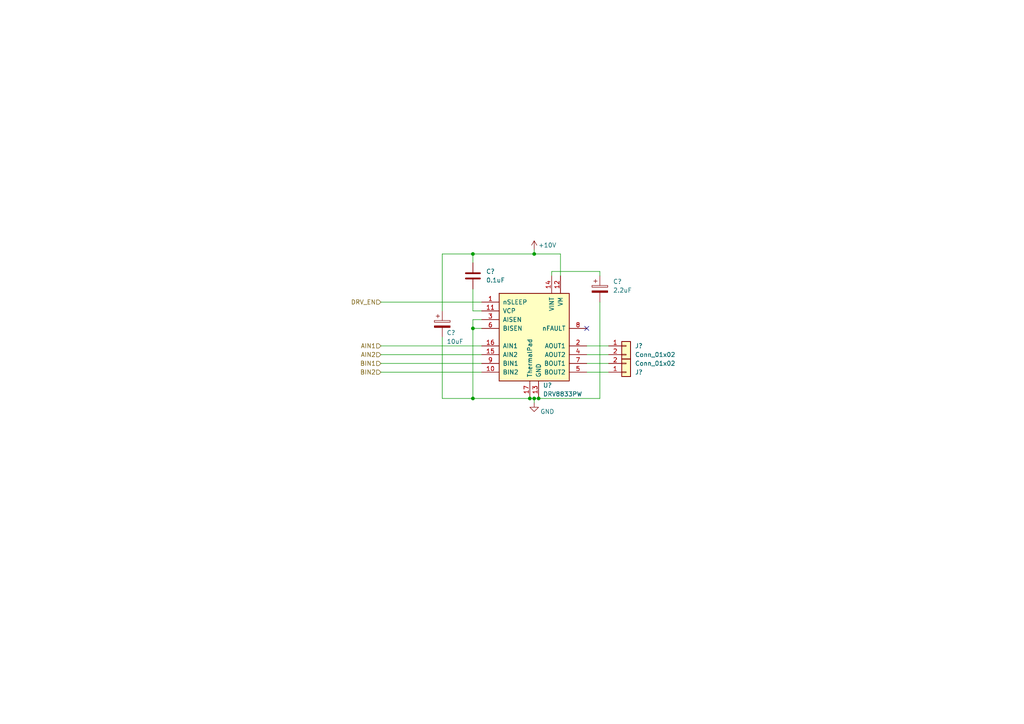
<source format=kicad_sch>
(kicad_sch (version 20230121) (generator eeschema)
  (paper "A4")
  (lib_symbols
    (symbol "Connector_Generic:Conn_01x02" (pin_names (offset 1.016) hide)
      (property "Reference" "J" (at 0 2.54 0))
      (property "Value" "Conn_01x02" (at 0 -5.08 0))
      (symbol "Conn_01x02_1_1"
        (rectangle (start -1.27 -2.413) (end 0 -2.667) (stroke (width 0.1524)))
        (rectangle (start -1.27 0.127) (end 0 -0.127) (stroke (width 0.1524)))
        (rectangle (start -1.27 1.27) (end 1.27 -3.81) (stroke (width 0.254)) (fill (type background)))
        (pin passive line (at -5.08 0 0) (length 3.81) (name "Pin_1") (number "1"))
        (pin passive line (at -5.08 -2.54 0) (length 3.81) (name "Pin_2") (number "2"))
      )
    )
    (symbol "Device:C" (pin_numbers hide) (pin_names (offset 0.254))
      (property "Reference" "C" (at 0.635 2.54 0))
      (property "Value" "C" (at 0.635 -2.54 0))
      (symbol "C_0_1"
        (polyline (pts (xy -2.032 -0.762) (xy 2.032 -0.762)) (stroke (width 0.508)))
        (polyline (pts (xy -2.032 0.762) (xy 2.032 0.762)) (stroke (width 0.508)))
      )
      (symbol "C_1_1"
        (pin passive line (at 0 3.81 270) (length 2.794) (name "~") (number "1"))
        (pin passive line (at 0 -3.81 90) (length 2.794) (name "~") (number "2"))
      )
    )
    (symbol "Device:C_Polarized" (pin_numbers hide) (pin_names (offset 0.254))
      (property "Reference" "C" (at 0.635 2.54 0))
      (property "Value" "C_Polarized" (at 0.635 -2.54 0))
      (symbol "C_Polarized_0_1"
        (rectangle (start -2.286 0.508) (end 2.286 1.016))
        (polyline (pts (xy -1.778 2.286) (xy -0.762 2.286)))
        (polyline (pts (xy -1.27 2.794) (xy -1.27 1.778)))
        (rectangle (start 2.286 -0.508) (end -2.286 -1.016) (fill (type outline)))
      )
      (symbol "C_Polarized_1_1"
        (pin passive line (at 0 3.81 270) (length 2.794) (name "~") (number "1"))
        (pin passive line (at 0 -3.81 90) (length 2.794) (name "~") (number "2"))
      )
    )
    (symbol "Driver_Motor:DRV8833PW" (pin_names (offset 1.016))
      (property "Reference" "U6" (at 2.54 -13.97 0))
      (property "Value" "DRV8833PW" (at 2.54 -16.51 0))
      (symbol "DRV8833PW_0_1"
        (rectangle (start -10.16 12.7) (end 10.16 -12.7) (stroke (width 0.254)) (fill (type background)))
      )
      (symbol "DRV8833PW_1_1"
        (pin input line (at -15.24 10.16 0) (length 5.08) (name "nSLEEP") (number "1"))
        (pin input line (at -15.24 -10.16 0) (length 5.08) (name "BIN2") (number "10"))
        (pin bidirectional line (at -15.24 7.62 0) (length 5.08) (name "VCP") (number "11"))
        (pin power_in line (at 7.62 17.78 270) (length 5.08) (name "VM") (number "12"))
        (pin power_in line (at 1.27 -17.78 90) (length 5.08) (name "GND") (number "13"))
        (pin power_in line (at 5.08 17.78 270) (length 5.08) (name "VINT") (number "14"))
        (pin input line (at -15.24 -5.08 0) (length 5.08) (name "AIN2") (number "15"))
        (pin input line (at -15.24 -2.54 0) (length 5.08) (name "AIN1") (number "16"))
        (pin power_in line (at -1.27 -17.78 90) (length 5.08) (name "ThermalPad") (number "17"))
        (pin power_out line (at 15.24 -2.54 180) (length 5.08) (name "AOUT1") (number "2"))
        (pin bidirectional line (at -15.24 5.08 0) (length 5.08) (name "AISEN") (number "3"))
        (pin power_out line (at 15.24 -5.08 180) (length 5.08) (name "AOUT2") (number "4"))
        (pin power_out line (at 15.24 -10.16 180) (length 5.08) (name "BOUT2") (number "5"))
        (pin bidirectional line (at -15.24 2.54 0) (length 5.08) (name "BISEN") (number "6"))
        (pin power_out line (at 15.24 -7.62 180) (length 5.08) (name "BOUT1") (number "7"))
        (pin open_collector line (at 15.24 2.54 180) (length 5.08) (name "nFAULT") (number "8"))
        (pin input line (at -15.24 -7.62 0) (length 5.08) (name "BIN1") (number "9"))
      )
    )
    (symbol "power:+10V" (power) (pin_names (offset 0))
      (property "Value" "+10V" (at 0 3.556 0))
      (symbol "+10V_0_1"
        (polyline (pts (xy -0.762 1.27) (xy 0 2.54)))
        (polyline (pts (xy 0 0) (xy 0 2.54)))
        (polyline (pts (xy 0 2.54) (xy 0.762 1.27)))
      )
      (symbol "+10V_1_1"
        (pin power_in line (at 0 0 90) (length 0) hide (name "+10V") (number "1"))
      )
    )
    (symbol "power:GND" (power) (pin_names (offset 0))
      (property "Value" "GND" (at 0 -3.81 0))
      (symbol "GND_0_1"
        (polyline (pts (xy 0 0) (xy 0 -1.27) (xy 1.27 -1.27) (xy 0 -2.54) (xy -1.27 -1.27) (xy 0 -1.27)))
      )
      (symbol "GND_1_1"
        (pin power_in line (at 0 0 270) (length 0) hide (name "GND") (number "1"))
      )
    )
  )
  (junction (at 156.21 115.57))
  (junction (at 137.16 95.25))
  (junction (at 154.94 115.57))
  (junction (at 153.67 115.57))
  (junction (at 154.94 73.66))
  (junction (at 137.16 115.57))
  (junction (at 137.16 73.66))
  (no_connect (at 170.18 95.25))
  (wire (pts (xy 128.27 73.66) (xy 137.16 73.66)))
  (wire (pts (xy 128.27 115.57) (xy 137.16 115.57)))
  (wire (pts (xy 110.49 87.63) (xy 139.7 87.63)))
  (wire (pts (xy 137.16 115.57) (xy 153.67 115.57)))
  (wire (pts (xy 110.49 102.87) (xy 139.7 102.87)))
  (wire (pts (xy 160.02 80.01) (xy 160.02 78.74)))
  (wire (pts (xy 139.7 92.71) (xy 137.16 92.71)))
  (wire (pts (xy 173.99 115.57) (xy 156.21 115.57)))
  (wire (pts (xy 128.27 73.66) (xy 128.27 90.17)))
  (wire (pts (xy 137.16 90.17) (xy 139.7 90.17)))
  (wire (pts (xy 137.16 83.82) (xy 137.16 90.17)))
  (wire (pts (xy 170.18 107.95) (xy 176.53 107.95)))
  (wire (pts (xy 173.99 87.63) (xy 173.99 115.57)))
  (wire (pts (xy 137.16 92.71) (xy 137.16 95.25)))
  (wire (pts (xy 173.99 78.74) (xy 173.99 80.01)))
  (wire (pts (xy 110.49 107.95) (xy 139.7 107.95)))
  (wire (pts (xy 137.16 73.66) (xy 154.94 73.66)))
  (wire (pts (xy 170.18 102.87) (xy 176.53 102.87)))
  (wire (pts (xy 160.02 78.74) (xy 173.99 78.74)))
  (wire (pts (xy 137.16 95.25) (xy 139.7 95.25)))
  (wire (pts (xy 154.94 73.66) (xy 162.56 73.66)))
  (wire (pts (xy 137.16 95.25) (xy 137.16 115.57)))
  (wire (pts (xy 137.16 76.2) (xy 137.16 73.66)))
  (wire (pts (xy 162.56 73.66) (xy 162.56 80.01)))
  (wire (pts (xy 154.94 73.66) (xy 154.94 72.39)))
  (wire (pts (xy 154.94 115.57) (xy 154.94 116.84)))
  (wire (pts (xy 128.27 97.79) (xy 128.27 115.57)))
  (wire (pts (xy 170.18 105.41) (xy 176.53 105.41)))
  (wire (pts (xy 153.67 115.57) (xy 154.94 115.57)))
  (wire (pts (xy 110.49 105.41) (xy 139.7 105.41)))
  (wire (pts (xy 170.18 100.33) (xy 176.53 100.33)))
  (wire (pts (xy 156.21 115.57) (xy 154.94 115.57)))
  (wire (pts (xy 110.49 100.33) (xy 139.7 100.33)))
  (hierarchical_label "DRV_EN" (shape input) (at 110.49 87.63 180))
  (hierarchical_label "AIN2" (shape input) (at 110.49 102.87 180))
  (hierarchical_label "BIN1" (shape input) (at 110.49 105.41 180))
  (hierarchical_label "AIN1" (shape input) (at 110.49 100.33 180))
  (hierarchical_label "BIN2" (shape input) (at 110.49 107.95 180))
  (symbol (lib_id "Device:C") (at 137.16 80.01 0) (unit 1)
    (property "Reference" "C?" (at 140.97 78.7399 0) (effects (justify left)))
    (property "Value" "0.1uF" (at 140.97 81.2799 0) (effects (justify left)))
    (property "Footprint" "Capacitor_SMD:C_0603_1608Metric_Pad1.08x0.95mm_HandSolder" (effects hide))
    (instances (project "automatic_irrigation_project" (path "" (reference "C?") (unit 1)) (path "" (reference "C14") (unit 1)) (path "" (reference "C17") (unit 1)) (path "" (reference "C20") (unit 1))))
  )
  (symbol (lib_id "Device:C_Polarized") (at 128.27 93.98 0) (unit 1)
    (property "Reference" "C?" (at 129.54 96.52 0) (effects (justify left)))
    (property "Value" "10uF" (at 129.54 99.06 0) (effects (justify left)))
    (property "Footprint" "Capacitor_SMD:C_1206_3216Metric_Pad1.33x1.80mm_HandSolder" (effects hide))
    (instances (project "automatic_irrigation_project" (path "" (reference "C?") (unit 1)) (path "" (reference "C13") (unit 1)) (path "" (reference "C16") (unit 1)) (path "" (reference "C19") (unit 1))))
  )
  (symbol (lib_id "power:+10V") (at 154.94 72.39 0) (unit 1)
    (property "Reference" "#PWR?" (effects hide))
    (property "Value" "+10V" (at 158.75 71.12 0))
    (instances (project "automatic_irrigation_project" (path "" (reference "#PWR?") (unit 1)) (path "" (reference "#PWR023") (unit 1)) (path "" (reference "#PWR025") (unit 1)) (path "" (reference "#PWR027") (unit 1))))
  )
  (symbol (lib_id "Connector_Generic:Conn_01x02") (at 181.61 107.95 0) (mirror x) (unit 1)
    (property "Reference" "J?" (at 184.15 107.9501 0) (effects (justify left)))
    (property "Value" "Conn_01x02" (at 184.15 105.4101 0) (effects (justify left)))
    (property "Footprint" "custom_footprints:Terminal_5mm" (effects hide))
    (instances (project "automatic_irrigation_project" (path "" (reference "J?") (unit 1)) (path "" (reference "J16") (unit 1)) (path "" (reference "J18") (unit 1)) (path "" (reference "J20") (unit 1))))
  )
  (symbol (lib_id "Device:C_Polarized") (at 173.99 83.82 0) (unit 1)
    (property "Reference" "C?" (at 177.8 81.6609 0) (effects (justify left)))
    (property "Value" "2.2uF" (at 177.8 84.2009 0) (effects (justify left)))
    (property "Footprint" "Capacitor_SMD:C_0603_1608Metric_Pad1.08x0.95mm_HandSolder" (effects hide))
    (instances (project "automatic_irrigation_project" (path "" (reference "C?") (unit 1)) (path "" (reference "C15") (unit 1)) (path "" (reference "C18") (unit 1)) (path "" (reference "C21") (unit 1))))
  )
  (symbol (lib_id "Connector_Generic:Conn_01x02") (at 181.61 100.33 0) (unit 1)
    (property "Reference" "J?" (at 184.15 100.3299 0) (effects (justify left)))
    (property "Value" "Conn_01x02" (at 184.15 102.8699 0) (effects (justify left)))
    (property "Footprint" "custom_footprints:Terminal_5mm" (effects hide))
    (instances (project "automatic_irrigation_project" (path "" (reference "J?") (unit 1)) (path "" (reference "J15") (unit 1)) (path "" (reference "J17") (unit 1)) (path "" (reference "J19") (unit 1))))
  )
  (symbol (lib_id "power:GND") (at 154.94 116.84 0) (unit 1)
    (property "Reference" "#PWR?" (effects hide))
    (property "Value" "GND" (at 158.75 119.38 0))
    (instances (project "automatic_irrigation_project" (path "" (reference "#PWR?") (unit 1)) (path "" (reference "#PWR024") (unit 1)) (path "" (reference "#PWR026") (unit 1)) (path "" (reference "#PWR028") (unit 1))))
  )
  (symbol (lib_id "Driver_Motor:DRV8833PW") (at 154.94 97.79 0) (unit 1)
    (property "Reference" "U?" (at 157.48 111.76 0) (effects (justify left)))
    (property "Value" "DRV8833PW" (at 157.48 114.3 0) (effects (justify left)))
    (property "Footprint" "Package_SO:HTSSOP-16-1EP_4.4x5mm_P0.65mm_EP3x3mm" (effects hide))
    (property "Datasheet" "http://www.ti.com/lit/ds/symlink/drv8833.pdf" (effects hide))
    (instances (project "automatic_irrigation_project" (path "" (reference "U?") (unit 1)) (path "" (reference "U9") (unit 1)) (path "" (reference "U10") (unit 1)) (path "" (reference "U11") (unit 1))))
  )
)
</source>
